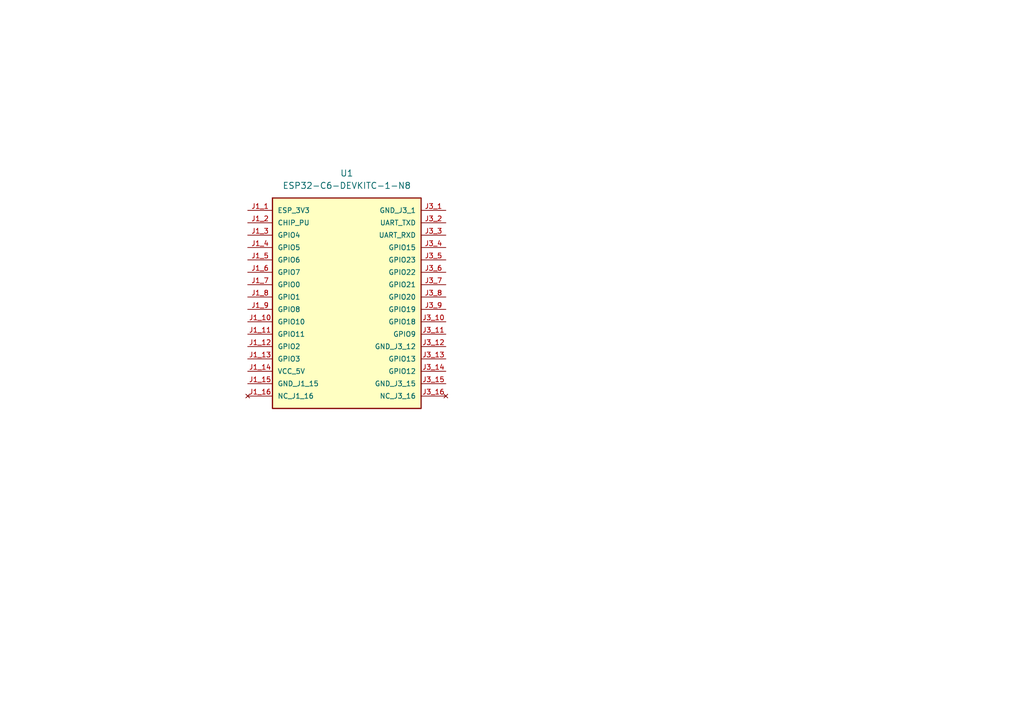
<source format=kicad_sch>
(kicad_sch (version 20231120) (generator "eeschema") (generator_version "8.0")
  (paper "A5")
  (title_block (title "Microcontrollers") (date "2024-04-24") (company "UPV") (comment 1 "Hazan Justine") (comment 2 "ESP32 + BoosterPack"))
  (lib_symbols
    (symbol "ESP32-C6-DEVKITC-1-N8:ESP32-C6-DEVKITC-1-N8" (pin_names (offset 1.016))
      (property "Reference" "U" (at -15.24 23.622 0))
      (property "Value" "ESP32-C6-DEVKITC-1-N8" (at -15.24 -22.86 0))
      (symbol "ESP32-C6-DEVKITC-1-N8_0_0"
        (rectangle (start -15.24 -20.32) (end 15.24 22.86) (stroke (width 0.254)) (fill (type background)))
        (pin power_in line (at -20.32 20.32 0) (length 5.08) (name "ESP_3V3") (number "J1_1"))
        (pin bidirectional line (at -20.32 -2.54 0) (length 5.08) (name "GPIO10") (number "J1_10"))
        (pin bidirectional line (at -20.32 -5.08 0) (length 5.08) (name "GPIO11") (number "J1_11"))
        (pin bidirectional line (at -20.32 -7.62 0) (length 5.08) (name "GPIO2") (number "J1_12"))
        (pin bidirectional line (at -20.32 -10.16 0) (length 5.08) (name "GPIO3") (number "J1_13"))
        (pin power_in line (at -20.32 -12.7 0) (length 5.08) (name "VCC_5V") (number "J1_14"))
        (pin power_in line (at -20.32 -15.24 0) (length 5.08) (name "GND_J1_15") (number "J1_15"))
        (pin no_connect line (at -20.32 -17.78 0) (length 5.08) (name "NC_J1_16") (number "J1_16"))
        (pin input line (at -20.32 17.78 0) (length 5.08) (name "CHIP_PU") (number "J1_2"))
        (pin bidirectional line (at -20.32 15.24 0) (length 5.08) (name "GPIO4") (number "J1_3"))
        (pin bidirectional line (at -20.32 12.7 0) (length 5.08) (name "GPIO5") (number "J1_4"))
        (pin bidirectional line (at -20.32 10.16 0) (length 5.08) (name "GPIO6") (number "J1_5"))
        (pin bidirectional line (at -20.32 7.62 0) (length 5.08) (name "GPIO7") (number "J1_6"))
        (pin bidirectional line (at -20.32 5.08 0) (length 5.08) (name "GPIO0") (number "J1_7"))
        (pin bidirectional line (at -20.32 2.54 0) (length 5.08) (name "GPIO1") (number "J1_8"))
        (pin bidirectional line (at -20.32 0 0) (length 5.08) (name "GPIO8") (number "J1_9"))
        (pin power_in line (at 20.32 20.32 180) (length 5.08) (name "GND_J3_1") (number "J3_1"))
        (pin bidirectional line (at 20.32 -2.54 180) (length 5.08) (name "GPIO18") (number "J3_10"))
        (pin bidirectional line (at 20.32 -5.08 180) (length 5.08) (name "GPIO9") (number "J3_11"))
        (pin power_in line (at 20.32 -7.62 180) (length 5.08) (name "GND_J3_12") (number "J3_12"))
        (pin bidirectional line (at 20.32 -10.16 180) (length 5.08) (name "GPIO13") (number "J3_13"))
        (pin bidirectional line (at 20.32 -12.7 180) (length 5.08) (name "GPIO12") (number "J3_14"))
        (pin power_in line (at 20.32 -15.24 180) (length 5.08) (name "GND_J3_15") (number "J3_15"))
        (pin no_connect line (at 20.32 -17.78 180) (length 5.08) (name "NC_J3_16") (number "J3_16"))
        (pin bidirectional line (at 20.32 17.78 180) (length 5.08) (name "UART_TXD") (number "J3_2"))
        (pin bidirectional line (at 20.32 15.24 180) (length 5.08) (name "UART_RXD") (number "J3_3"))
        (pin bidirectional line (at 20.32 12.7 180) (length 5.08) (name "GPIO15") (number "J3_4"))
        (pin bidirectional line (at 20.32 10.16 180) (length 5.08) (name "GPIO23") (number "J3_5"))
        (pin bidirectional line (at 20.32 7.62 180) (length 5.08) (name "GPIO22") (number "J3_6"))
        (pin bidirectional line (at 20.32 5.08 180) (length 5.08) (name "GPIO21") (number "J3_7"))
        (pin bidirectional line (at 20.32 2.54 180) (length 5.08) (name "GPIO20") (number "J3_8"))
        (pin bidirectional line (at 20.32 0 180) (length 5.08) (name "GPIO19") (number "J3_9"))
      )
    )
  )
  (symbol (lib_id "ESP32-C6-DEVKITC-1-N8:ESP32-C6-DEVKITC-1-N8") (at 71.12 63.5 0) (unit 1)
    (property "Reference" "U1" (at 71.12 35.56 0))
    (property "Value" "ESP32-C6-DEVKITC-1-N8" (at 71.12 38.1 0))
    (property "Footprint" "ESP32-C6-DEVKITC-1-N8:MODULE_ESP32-C6-DEVKITC-1-N8" (effects (hide yes)))
    (property "MF" "Espressif Systems" (effects (hide yes)))
    (property "Description_1" "\nStratix® 10 DX ESP32-C6-WROOM-1 Transceiver; 802.11 a/b/g/n (Wi-Fi, WiFi, WLAN), 802.15.4 (Thread, ZigBee®), Bluetooth® 5 2.4GHz Evaluation Board\n" (effects (hide yes)))
    (property "Package" "None" (effects (hide yes)))
    (property "Price" "None" (effects (hide yes)))
    (property "Check_prices" "https://www.snapeda.com/parts/ESP32-C6-DEVKITC-1-N8/Espressif+Systems/view-part/?ref=eda" (effects (hide yes)))
    (property "STANDARD" "Manufacturer Recommendations" (effects (hide yes)))
    (property "PARTREV" "1.3" (effects (hide yes)))
    (property "SnapEDA_Link" "https://www.snapeda.com/parts/ESP32-C6-DEVKITC-1-N8/Espressif+Systems/view-part/?ref=snap" (effects (hide yes)))
    (property "MP" "ESP32-C6-DEVKITC-1-N8" (effects (hide yes)))
    (property "Purchase-URL" "https://www.snapeda.com/api/url_track_click_mouser/?unipart_id=12616382&manufacturer=Espressif Systems&part_name=ESP32-C6-DEVKITC-1-N8&search_term=None" (effects (hide yes)))
    (property "Availability" "In Stock" (effects (hide yes)))
    (property "MANUFACTURER" "Espressif Systems" (effects (hide yes)))
  )
)
</source>
